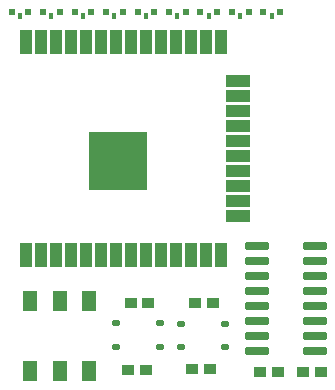
<source format=gtp>
G04*
G04 #@! TF.GenerationSoftware,Altium Limited,Altium Designer,21.9.2 (33)*
G04*
G04 Layer_Color=8421504*
%FSLAX25Y25*%
%MOIN*%
G70*
G04*
G04 #@! TF.SameCoordinates,353233E6-1857-4CDD-983F-46C35F824410*
G04*
G04*
G04 #@! TF.FilePolarity,Positive*
G04*
G01*
G75*
%ADD19R,0.03937X0.03740*%
%ADD20R,0.07874X0.03937*%
%ADD21R,0.19685X0.19685*%
%ADD22R,0.03937X0.07874*%
%ADD23R,0.02362X0.02362*%
%ADD24R,0.01575X0.01968*%
%ADD25R,0.04724X0.06693*%
G04:AMPARAMS|DCode=26|XSize=21.65mil|YSize=27.56mil|CornerRadius=5.41mil|HoleSize=0mil|Usage=FLASHONLY|Rotation=90.000|XOffset=0mil|YOffset=0mil|HoleType=Round|Shape=RoundedRectangle|*
%AMROUNDEDRECTD26*
21,1,0.02165,0.01673,0,0,90.0*
21,1,0.01083,0.02756,0,0,90.0*
1,1,0.01083,0.00837,0.00541*
1,1,0.01083,0.00837,-0.00541*
1,1,0.01083,-0.00837,-0.00541*
1,1,0.01083,-0.00837,0.00541*
%
%ADD26ROUNDEDRECTD26*%
G04:AMPARAMS|DCode=27|XSize=77.56mil|YSize=23.62mil|CornerRadius=2.95mil|HoleSize=0mil|Usage=FLASHONLY|Rotation=180.000|XOffset=0mil|YOffset=0mil|HoleType=Round|Shape=RoundedRectangle|*
%AMROUNDEDRECTD27*
21,1,0.07756,0.01772,0,0,180.0*
21,1,0.07165,0.02362,0,0,180.0*
1,1,0.00591,-0.03583,0.00886*
1,1,0.00591,0.03583,0.00886*
1,1,0.00591,0.03583,-0.00886*
1,1,0.00591,-0.03583,-0.00886*
%
%ADD27ROUNDEDRECTD27*%
D19*
X26147Y29000D02*
D03*
X32053D02*
D03*
X27047Y51000D02*
D03*
X32953D02*
D03*
X4847Y28800D02*
D03*
X10753D02*
D03*
X5547Y51100D02*
D03*
X11453D02*
D03*
X63047Y28200D02*
D03*
X68953D02*
D03*
X54653Y28000D02*
D03*
X48747D02*
D03*
D20*
X41505Y125133D02*
D03*
Y80133D02*
D03*
Y85133D02*
D03*
Y90133D02*
D03*
Y95133D02*
D03*
Y100133D02*
D03*
Y105133D02*
D03*
Y110133D02*
D03*
Y115133D02*
D03*
Y120133D02*
D03*
D21*
X1400Y98600D02*
D03*
D22*
X-29400Y138066D02*
D03*
X-24400D02*
D03*
X-19400D02*
D03*
X-14400D02*
D03*
X-9400D02*
D03*
X-4400D02*
D03*
X600D02*
D03*
X5600D02*
D03*
X10600D02*
D03*
X15600D02*
D03*
X20600D02*
D03*
X25600D02*
D03*
X30600D02*
D03*
X35600D02*
D03*
X10600Y67200D02*
D03*
X15600D02*
D03*
X20600D02*
D03*
X25600D02*
D03*
X30600D02*
D03*
X35600D02*
D03*
X-4400D02*
D03*
X600D02*
D03*
X5600D02*
D03*
X-9400D02*
D03*
X-24400D02*
D03*
X-29400D02*
D03*
X-14400D02*
D03*
X-19400D02*
D03*
D23*
X39346Y148000D02*
D03*
X44858D02*
D03*
X28849D02*
D03*
X34361D02*
D03*
X18351D02*
D03*
X23863D02*
D03*
X7853D02*
D03*
X13365D02*
D03*
X-2644D02*
D03*
X2868D02*
D03*
X-13142D02*
D03*
X-7630D02*
D03*
X-23639D02*
D03*
X-18128D02*
D03*
X-34137D02*
D03*
X-28625D02*
D03*
X49844D02*
D03*
X55356D02*
D03*
D24*
X42102Y146819D02*
D03*
X31605D02*
D03*
X21107D02*
D03*
X10609D02*
D03*
X112D02*
D03*
X-10386D02*
D03*
X-20884D02*
D03*
X-31381D02*
D03*
X52600D02*
D03*
D25*
X-27942Y28586D02*
D03*
X-18100D02*
D03*
X-8258D02*
D03*
X-27942Y51814D02*
D03*
X-18100D02*
D03*
X-8258D02*
D03*
D26*
X15382Y36563D02*
D03*
Y44437D02*
D03*
X815D02*
D03*
X618Y36563D02*
D03*
X36992Y36363D02*
D03*
Y44237D02*
D03*
X22425D02*
D03*
X22228Y36363D02*
D03*
D27*
X47656Y35100D02*
D03*
Y40100D02*
D03*
Y45100D02*
D03*
Y50100D02*
D03*
Y55100D02*
D03*
Y60100D02*
D03*
Y65100D02*
D03*
Y70100D02*
D03*
X67144D02*
D03*
Y65100D02*
D03*
Y60100D02*
D03*
Y55100D02*
D03*
Y50100D02*
D03*
Y45100D02*
D03*
Y40100D02*
D03*
Y35100D02*
D03*
M02*

</source>
